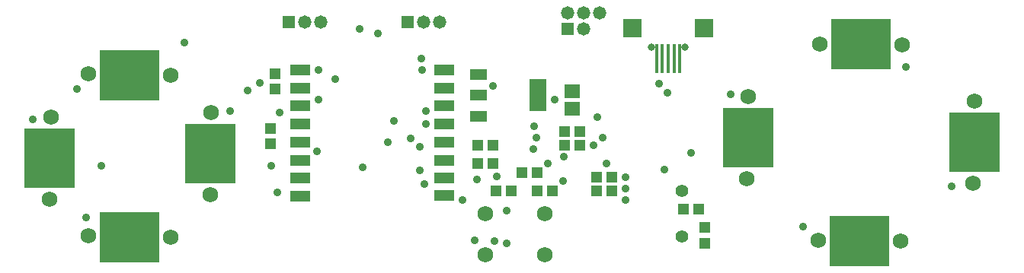
<source format=gts>
%FSLAX25Y25*%
%MOIN*%
G70*
G01*
G75*
G04 Layer_Color=8388736*
%ADD10C,0.05000*%
%ADD11R,0.03937X0.04331*%
%ADD12R,0.04331X0.03937*%
%ADD13R,0.07874X0.03937*%
%ADD14R,0.00984X0.11811*%
%ADD15R,0.07480X0.07480*%
%ADD16R,0.06890X0.04331*%
%ADD17R,0.06890X0.04331*%
%ADD18R,0.06890X0.13583*%
%ADD19R,0.05906X0.05118*%
%ADD20C,0.06000*%
%ADD21C,0.01969*%
%ADD22C,0.01000*%
%ADD23C,0.01181*%
%ADD24R,0.05000X0.04724*%
%ADD25C,0.02500*%
%ADD26R,0.05000X0.05000*%
%ADD27C,0.04724*%
%ADD28C,0.02756*%
%ADD29R,0.11811X0.03937*%
%ADD30R,0.05709X0.02165*%
%ADD31R,0.05709X0.02165*%
%ADD32R,0.03740X0.03937*%
%ADD33R,0.03937X0.03740*%
%ADD34O,0.09843X0.02756*%
%ADD35R,0.03937X0.11811*%
%ADD36C,0.00984*%
%ADD37C,0.00787*%
%ADD38C,0.00500*%
%ADD39R,0.26000X0.22000*%
%ADD40R,0.22000X0.26000*%
%ADD41C,0.05800*%
%ADD42R,0.04737X0.05131*%
%ADD43R,0.05131X0.04737*%
%ADD44R,0.08674X0.04737*%
%ADD45R,0.01784X0.12611*%
%ADD46R,0.08280X0.08280*%
%ADD47R,0.07690X0.05131*%
%ADD48R,0.07690X0.05131*%
%ADD49R,0.07690X0.14383*%
%ADD50R,0.06706X0.05918*%
%ADD51C,0.06800*%
%ADD52R,0.05800X0.05524*%
%ADD53C,0.03300*%
%ADD54R,0.05800X0.05800*%
%ADD55C,0.05524*%
%ADD56C,0.03556*%
D39*
X485720Y250000D02*
D03*
X486500Y336614D02*
D03*
X166350Y251969D02*
D03*
Y322835D02*
D03*
D40*
X536000Y293500D02*
D03*
X437008Y295501D02*
D03*
X131350Y286500D02*
D03*
X201575Y288500D02*
D03*
D41*
X358000Y350000D02*
D03*
X365000Y343000D02*
D03*
X372000Y350000D02*
D03*
X365000D02*
D03*
X250173Y346000D02*
D03*
X243087D02*
D03*
X295087D02*
D03*
X302173D02*
D03*
D42*
X230000Y323346D02*
D03*
Y316654D02*
D03*
X228000Y299346D02*
D03*
Y292654D02*
D03*
X418000Y249307D02*
D03*
Y256000D02*
D03*
D43*
X377346Y278000D02*
D03*
X370654D02*
D03*
X377346Y272000D02*
D03*
X370654D02*
D03*
X318588Y292251D02*
D03*
X325281D02*
D03*
X344654Y272000D02*
D03*
X351346D02*
D03*
X333346D02*
D03*
X326654D02*
D03*
X363346Y298000D02*
D03*
X356654D02*
D03*
Y292000D02*
D03*
X363346D02*
D03*
X337912Y280000D02*
D03*
X344605D02*
D03*
X325346Y284000D02*
D03*
X318654D02*
D03*
X408654Y264000D02*
D03*
X415346D02*
D03*
D44*
X304000Y317165D02*
D03*
Y309331D02*
D03*
Y301417D02*
D03*
Y293386D02*
D03*
Y285630D02*
D03*
Y277756D02*
D03*
Y270000D02*
D03*
X241008Y269882D02*
D03*
Y277677D02*
D03*
Y285630D02*
D03*
Y293425D02*
D03*
Y301535D02*
D03*
Y309488D02*
D03*
Y317205D02*
D03*
Y325236D02*
D03*
X304000Y325079D02*
D03*
D45*
X407118Y330315D02*
D03*
X404559D02*
D03*
X402000D02*
D03*
X399441D02*
D03*
X396882D02*
D03*
D46*
X417551Y343535D02*
D03*
X386449D02*
D03*
D47*
X319106Y323055D02*
D03*
D48*
Y314000D02*
D03*
Y304945D02*
D03*
D49*
X344894Y314000D02*
D03*
D50*
X360000Y308260D02*
D03*
Y315740D02*
D03*
D51*
X503720Y250000D02*
D03*
X467720Y250500D02*
D03*
X535500Y275500D02*
D03*
X536000Y311500D02*
D03*
X437008Y313500D02*
D03*
X436508Y277500D02*
D03*
X504500Y336114D02*
D03*
X468500Y336614D02*
D03*
X184350Y251969D02*
D03*
X148350Y252469D02*
D03*
X131850Y304500D02*
D03*
X131350Y268500D02*
D03*
X201575Y270500D02*
D03*
X202075Y306500D02*
D03*
X148350Y323335D02*
D03*
X184350Y322835D02*
D03*
X322016Y244087D02*
D03*
Y262000D02*
D03*
X348000D02*
D03*
Y244087D02*
D03*
D52*
X358000Y343000D02*
D03*
D53*
X409480Y335071D02*
D03*
X394520D02*
D03*
D54*
X236000Y346000D02*
D03*
X288000D02*
D03*
D55*
X408000Y272000D02*
D03*
Y252000D02*
D03*
D56*
X275000Y341000D02*
D03*
X268500Y282500D02*
D03*
X124000Y303500D02*
D03*
X296000Y307000D02*
D03*
X295500Y275000D02*
D03*
X317500Y250500D02*
D03*
X190500Y337000D02*
D03*
X218000Y316000D02*
D03*
X154000Y283000D02*
D03*
X231000Y271500D02*
D03*
X356000Y276500D02*
D03*
X326000Y250000D02*
D03*
X373500Y295500D02*
D03*
X352500Y312000D02*
D03*
X412000Y288803D02*
D03*
X401750Y315250D02*
D03*
X143335Y316835D02*
D03*
X228500Y283000D02*
D03*
X232000Y306500D02*
D03*
X293500Y281000D02*
D03*
Y291500D02*
D03*
X210500Y307000D02*
D03*
X267000Y343000D02*
D03*
X249000Y325000D02*
D03*
X256500Y321000D02*
D03*
X147500Y260500D02*
D03*
X282000Y302742D02*
D03*
X279500Y293500D02*
D03*
X249000Y312000D02*
D03*
X289500Y295000D02*
D03*
X296083Y301417D02*
D03*
X248500Y289500D02*
D03*
X223500Y319500D02*
D03*
X325500Y318000D02*
D03*
X371000Y304500D02*
D03*
X344500Y295500D02*
D03*
X526000Y274000D02*
D03*
X343500Y300500D02*
D03*
X331500Y263500D02*
D03*
Y249000D02*
D03*
X429500Y314500D02*
D03*
X318500Y277000D02*
D03*
X506000Y326500D02*
D03*
X294000Y330000D02*
D03*
X461000Y256500D02*
D03*
X375000Y284000D02*
D03*
X356500Y287000D02*
D03*
X343000Y290500D02*
D03*
X312000Y268000D02*
D03*
X327000Y278500D02*
D03*
X349500Y284000D02*
D03*
X294500Y325000D02*
D03*
X369500Y292000D02*
D03*
X383500Y278000D02*
D03*
Y273000D02*
D03*
Y268000D02*
D03*
X398000Y319000D02*
D03*
X400500Y281500D02*
D03*
M02*

</source>
